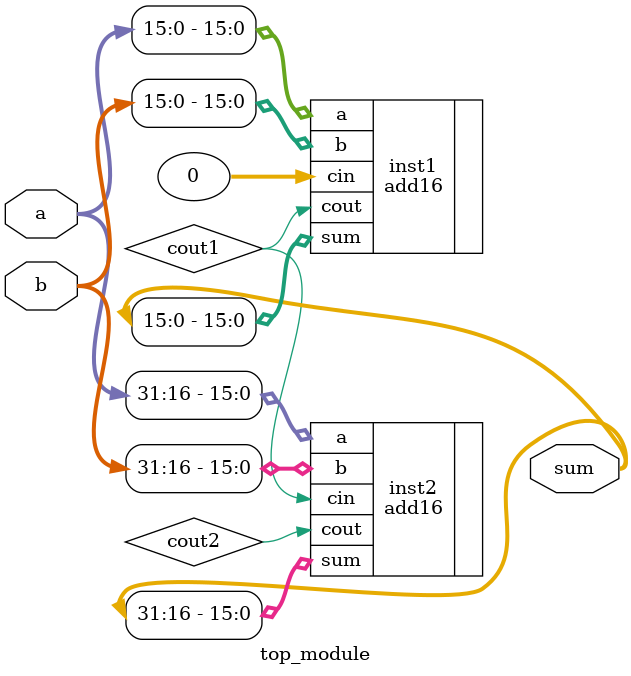
<source format=v>
module top_module (
    input [31:0] a, b,
    output [31:0] sum
);
    wire cout1, cout2;
    add16 inst1(.a(a[15:0]), .b(b[15:0]), .cin(0), .sum(sum[15:0]), .cout(cout1));
    add16 inst2(.a(a[31:16]), .b(b[31:16]), .cin(cout1), .sum(sum[31:16]), .cout(cout2));

endmodule
</source>
